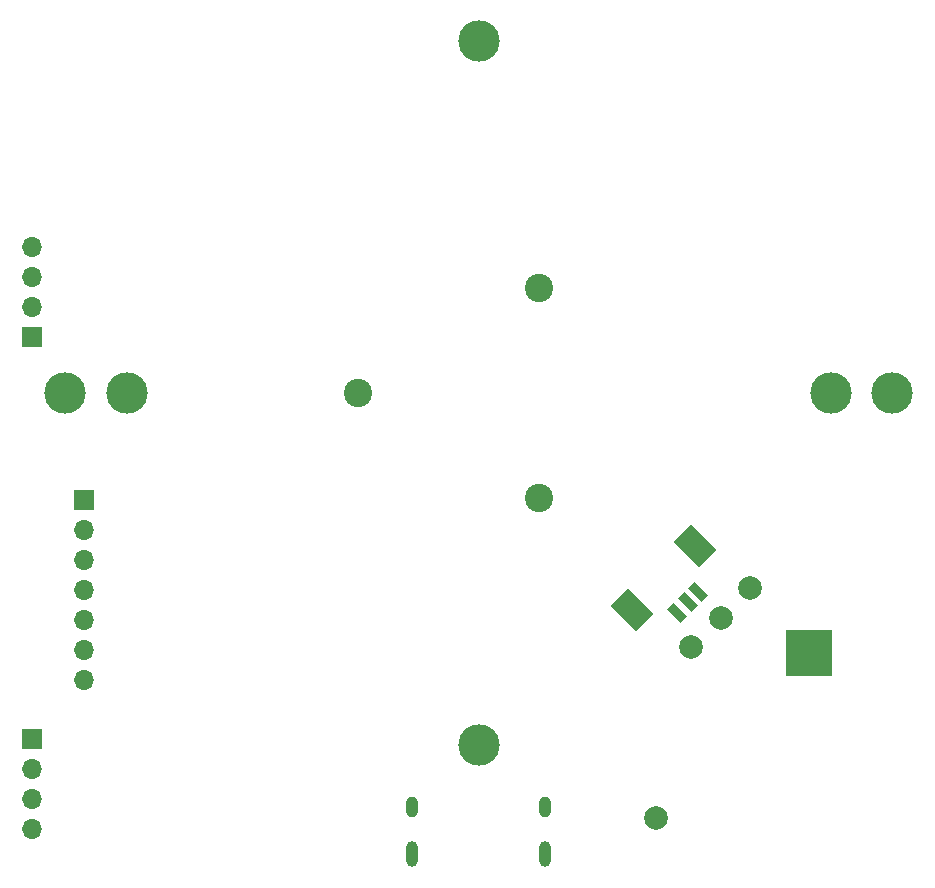
<source format=gbr>
%TF.GenerationSoftware,KiCad,Pcbnew,(6.0.5)*%
%TF.CreationDate,2023-11-29T10:13:34+07:00*%
%TF.ProjectId,view_base,76696577-5f62-4617-9365-2e6b69636164,rev?*%
%TF.SameCoordinates,Original*%
%TF.FileFunction,Soldermask,Bot*%
%TF.FilePolarity,Negative*%
%FSLAX46Y46*%
G04 Gerber Fmt 4.6, Leading zero omitted, Abs format (unit mm)*
G04 Created by KiCad (PCBNEW (6.0.5)) date 2023-11-29 10:13:34*
%MOMM*%
%LPD*%
G01*
G04 APERTURE LIST*
G04 Aperture macros list*
%AMRotRect*
0 Rectangle, with rotation*
0 The origin of the aperture is its center*
0 $1 length*
0 $2 width*
0 $3 Rotation angle, in degrees counterclockwise*
0 Add horizontal line*
21,1,$1,$2,0,0,$3*%
G04 Aperture macros list end*
%ADD10C,2.400000*%
%ADD11C,3.500000*%
%ADD12O,1.000000X2.200000*%
%ADD13O,1.000000X1.800000*%
%ADD14R,4.000000X4.000000*%
%ADD15R,1.700000X1.700000*%
%ADD16O,1.700000X1.700000*%
%ADD17RotRect,2.100000X2.999999X45.000000*%
%ADD18RotRect,0.800000X1.600000X45.000000*%
%ADD19C,2.000000*%
G04 APERTURE END LIST*
D10*
%TO.C,H3*%
X105125400Y-91122500D03*
%TD*%
%TO.C,H1*%
X105125400Y-108877500D03*
%TD*%
%TO.C,H2*%
X89749100Y-100000000D03*
%TD*%
D11*
%TO.C,H4*%
X100000000Y-129800000D03*
%TD*%
%TO.C,H5*%
X70200000Y-100000000D03*
%TD*%
%TO.C,H6*%
X100000000Y-70200000D03*
%TD*%
%TO.C,H7*%
X129800000Y-100000000D03*
%TD*%
D12*
%TO.C,J2*%
X94380000Y-139000000D03*
X105620000Y-139000000D03*
D13*
X105620000Y-135000000D03*
X94380000Y-135000000D03*
%TD*%
D14*
%TO.C,U5*%
X128000000Y-122000000D03*
%TD*%
D11*
%TO.C,H8*%
X135000000Y-100000000D03*
%TD*%
%TO.C,H9*%
X65000000Y-100000000D03*
%TD*%
D15*
%TO.C,J6*%
X66600000Y-109040000D03*
D16*
X66600000Y-111580000D03*
X66600000Y-114120000D03*
X66600000Y-116660000D03*
X66600000Y-119200000D03*
X66600000Y-121740000D03*
X66600000Y-124280000D03*
%TD*%
D15*
%TO.C,J5*%
X62200000Y-129300000D03*
D16*
X62200000Y-131840000D03*
X62200000Y-134380000D03*
X62200000Y-136920000D03*
%TD*%
D15*
%TO.C,J3*%
X62200000Y-95220000D03*
D16*
X62200000Y-92680000D03*
X62200000Y-90140000D03*
X62200000Y-87600000D03*
%TD*%
D17*
%TO.C,J1*%
X118336280Y-112962502D03*
X112962269Y-118336513D03*
D18*
X116816000Y-118584000D03*
X117699883Y-117700117D03*
X118583767Y-116816233D03*
%TD*%
D19*
%TO.C,TP1*%
X115000000Y-136000000D03*
%TD*%
%TO.C,TP6*%
X123000000Y-116500000D03*
%TD*%
%TO.C,TP7*%
X120500000Y-119000000D03*
%TD*%
%TO.C,TP8*%
X118000000Y-121500000D03*
%TD*%
M02*

</source>
